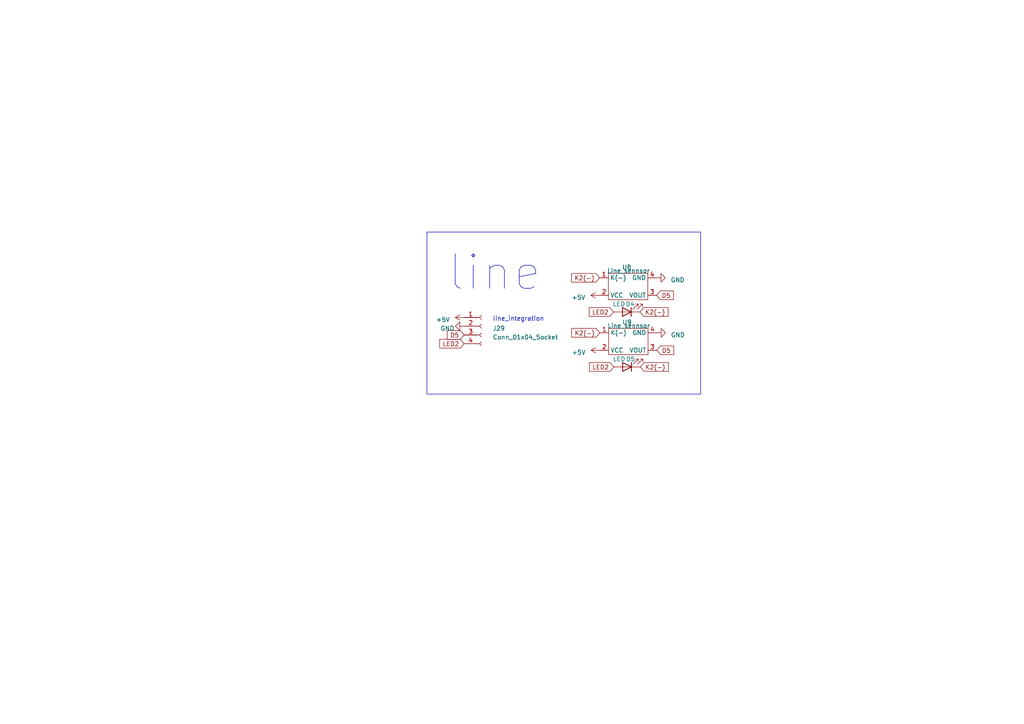
<source format=kicad_sch>
(kicad_sch (version 20230121) (generator eeschema)
  (paper "A4")
  (lib_symbols
    (symbol "Connector:Conn_01x04_Socket" (pin_names (offset 1.016) hide)
      (property "Reference" "J" (at 0 5.08 0))
      (property "Value" "Conn_01x04_Socket" (at 0 -7.62 0))
      (symbol "Conn_01x04_Socket_1_1"
        (arc (start 0 -4.572) (mid -0.5058 -5.08) (end 0 -5.588) (stroke (width 0.1524)))
        (arc (start 0 -2.032) (mid -0.5058 -2.54) (end 0 -3.048) (stroke (width 0.1524)))
        (polyline (pts (xy -1.27 -5.08) (xy -0.508 -5.08)) (stroke (width 0.1524)))
        (polyline (pts (xy -1.27 -2.54) (xy -0.508 -2.54)) (stroke (width 0.1524)))
        (polyline (pts (xy -1.27 0) (xy -0.508 0)) (stroke (width 0.1524)))
        (polyline (pts (xy -1.27 2.54) (xy -0.508 2.54)) (stroke (width 0.1524)))
        (arc (start 0 0.508) (mid -0.5058 0) (end 0 -0.508) (stroke (width 0.1524)))
        (arc (start 0 3.048) (mid -0.5058 2.54) (end 0 2.032) (stroke (width 0.1524)))
        (pin passive line (at -5.08 2.54 0) (length 3.81) (name "Pin_1") (number "1"))
        (pin passive line (at -5.08 0 0) (length 3.81) (name "Pin_2") (number "2"))
        (pin passive line (at -5.08 -2.54 0) (length 3.81) (name "Pin_3") (number "3"))
        (pin passive line (at -5.08 -5.08 0) (length 3.81) (name "Pin_4") (number "4"))
      )
    )
    (symbol "Device:LED" (pin_numbers hide) (pin_names (offset 1.016) hide)
      (property "Reference" "D" (at 0 2.54 0))
      (property "Value" "LED" (at 0 -2.54 0))
      (symbol "LED_0_1"
        (polyline (pts (xy -1.27 -1.27) (xy -1.27 1.27)) (stroke (width 0.254)))
        (polyline (pts (xy -1.27 0) (xy 1.27 0)))
        (polyline (pts (xy 1.27 -1.27) (xy 1.27 1.27) (xy -1.27 0) (xy 1.27 -1.27)) (stroke (width 0.254)))
        (polyline (pts (xy -3.048 -0.762) (xy -4.572 -2.286) (xy -3.81 -2.286) (xy -4.572 -2.286) (xy -4.572 -1.524)))
        (polyline (pts (xy -1.778 -0.762) (xy -3.302 -2.286) (xy -2.54 -2.286) (xy -3.302 -2.286) (xy -3.302 -1.524)))
      )
      (symbol "LED_1_1"
        (pin passive line (at -3.81 0 0) (length 2.54) (name "K") (number "1"))
        (pin passive line (at 3.81 0 180) (length 2.54) (name "A") (number "2"))
      )
    )
    (symbol "Line_Sensor:Line_sennsor"
      (property "Reference" "U" (at 0 1.27 0))
      (property "Value" "Line_sennsor" (at 0 0 0))
      (symbol "Line_sennsor_0_1"
        (rectangle (start -6.35 -1.27) (end 5.08 -8.89))
      )
      (symbol "Line_sennsor_1_1"
        (pin bidirectional line (at -8.89 -2.54 0) (length 2.54) (name "K(-)") (number "1"))
        (pin bidirectional line (at -8.89 -7.62 0) (length 2.54) (name "VCC") (number "2"))
        (pin bidirectional line (at 7.62 -7.62 180) (length 2.54) (name "VOUT") (number "3"))
        (pin bidirectional line (at 7.62 -2.54 180) (length 2.54) (name "GND") (number "4"))
      )
    )
    (symbol "power:+5V" (power) (pin_names (offset 0))
      (property "Value" "+5V" (at 0 3.556 0))
      (symbol "+5V_0_1"
        (polyline (pts (xy -0.762 1.27) (xy 0 2.54)))
        (polyline (pts (xy 0 0) (xy 0 2.54)))
        (polyline (pts (xy 0 2.54) (xy 0.762 1.27)))
      )
      (symbol "+5V_1_1"
        (pin power_in line (at 0 0 90) (length 0) hide (name "+5V") (number "1"))
      )
    )
    (symbol "power:GND" (power) (pin_names (offset 0))
      (property "Value" "GND" (at 0 -3.81 0))
      (symbol "GND_0_1"
        (polyline (pts (xy 0 0) (xy 0 -1.27) (xy 1.27 -1.27) (xy 0 -2.54) (xy -1.27 -1.27) (xy 0 -1.27)))
      )
      (symbol "GND_1_1"
        (pin power_in line (at 0 0 270) (length 0) hide (name "GND") (number "1"))
      )
    )
  )
  (rectangle (start 123.825 67.31) (end 203.2 114.3))
  (text "line" (at 129.54 85.09 0) (effects (font (size 10 10)) (justify left bottom)))
  (text "line_integration" (at 142.875 93.345 0) (effects (font (size 1.27 1.27)) (justify left bottom)))
  (global_label "LED2" (shape input) (at 177.9846 90.4777 180) (property "Intersheetrefs" "${INTERSHEET_REFS}" (effects hide)))
  (global_label "K2(-)" (shape input) (at 173.99 96.52 180) (property "Intersheetrefs" "${INTERSHEET_REFS}" (effects hide)))
  (global_label "K2(-)" (shape input) (at 185.6046 90.4777 0) (property "Intersheetrefs" "${INTERSHEET_REFS}" (effects hide)))
  (global_label "LED2" (shape input) (at 134.62 99.695 180) (property "Intersheetrefs" "${INTERSHEET_REFS}" (effects hide)))
  (global_label "LED2" (shape input) (at 178.054 106.426 180) (property "Intersheetrefs" "${INTERSHEET_REFS}" (effects hide)))
  (global_label "D5" (shape input) (at 190.5 101.6 0) (property "Intersheetrefs" "${INTERSHEET_REFS}" (effects hide)))
  (global_label "K2(-)" (shape input) (at 185.674 106.426 0) (property "Intersheetrefs" "${INTERSHEET_REFS}" (effects hide)))
  (global_label "D5" (shape input) (at 190.4306 85.6517 0) (property "Intersheetrefs" "${INTERSHEET_REFS}" (effects hide)))
  (global_label "K2(-)" (shape input) (at 173.9206 80.5717 180) (property "Intersheetrefs" "${INTERSHEET_REFS}" (effects hide)))
  (global_label "D5" (shape input) (at 134.62 97.155 180) (property "Intersheetrefs" "${INTERSHEET_REFS}" (effects hide)))
  (symbol (lib_id "power:GND") (at 190.5 96.52 90) (unit 1)
    (property "Reference" "#PWR036" (effects hide))
    (property "Value" "GND" (at 194.564 97.155 90) (effects (justify right)))
  )
  (symbol (lib_id "power:+5V") (at 134.62 92.075 90) (unit 1)
    (property "Reference" "#PWR0102" (effects hide))
    (property "Value" "+5V" (at 130.5363 92.71 90) (effects (justify left)))
  )
  (symbol (lib_id "power:+5V") (at 173.99 101.6 90) (unit 1)
    (property "Reference" "#PWR035" (effects hide))
    (property "Value" "+5V" (at 169.9063 102.235 90) (effects (justify left)))
  )
  (symbol (lib_id "Device:LED") (at 181.7946 90.4777 180) (unit 1)
    (property "Reference" "D4" (at 182.8106 88.1917 0))
    (property "Value" "LED" (at 179.5086 88.1917 0))
    (property "Footprint" "LED_THT:LED_D5.0mm_Clear" (effects hide))
  )
  (symbol (lib_id "power:GND") (at 190.4306 80.5717 90) (unit 1)
    (property "Reference" "#PWR034" (effects hide))
    (property "Value" "GND" (at 194.4946 81.2067 90) (effects (justify right)))
  )
  (symbol (lib_id "Connector:Conn_01x04_Socket") (at 139.7 94.615 0) (unit 1)
    (property "Reference" "J29" (at 142.875 95.25 0) (effects (justify left)))
    (property "Value" "Conn_01x04_Socket" (at 142.875 97.79 0) (effects (justify left)))
    (property "Footprint" "Connector_PinHeader_2.54mm:PinHeader_1x04_P2.54mm_Horizontal" (effects hide))
  )
  (symbol (lib_id "Line_Sensor:Line_sennsor") (at 182.88 93.98 0) (unit 1)
    (property "Reference" "U9" (at 181.864 93.472 0))
    (property "Value" "Line_sennsor" (at 182.372 94.488 0))
    (property "Footprint" "_Others:S4282-51" (effects hide))
  )
  (symbol (lib_id "Line_Sensor:Line_sennsor") (at 182.8106 78.0317 0) (unit 1)
    (property "Reference" "U8" (at 181.7946 77.5237 0))
    (property "Value" "Line_sennsor" (at 182.3026 78.5397 0))
    (property "Footprint" "_Others:S4282-51" (effects hide))
  )
  (symbol (lib_id "power:GND") (at 134.62 94.615 270) (unit 1)
    (property "Reference" "#PWR0103" (effects hide))
    (property "Value" "GND" (at 131.826 95.25 90) (effects (justify right)))
  )
  (symbol (lib_id "Device:LED") (at 181.864 106.426 180) (unit 1)
    (property "Reference" "D5" (at 182.88 104.14 0))
    (property "Value" "LED" (at 179.578 104.14 0))
    (property "Footprint" "LED_THT:LED_D5.0mm_Clear" (effects hide))
  )
  (symbol (lib_id "power:+5V") (at 173.9206 85.6517 90) (unit 1)
    (property "Reference" "#PWR032" (effects hide))
    (property "Value" "+5V" (at 169.8369 86.2867 90) (effects (justify left)))
  )
)
</source>
